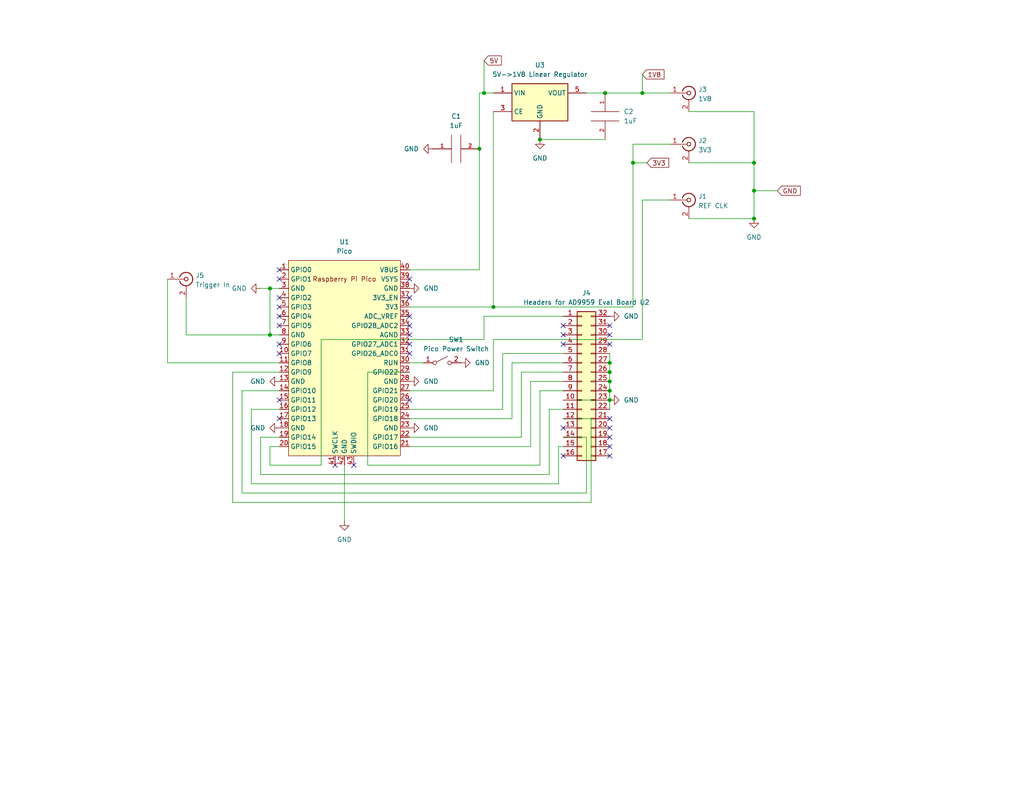
<source format=kicad_sch>
(kicad_sch (version 20230121) (generator eeschema)
  (paper "USLetter")
  (title_block (title "Breakout Board for DDS-Sweeper") (date "2023-01-12"))
  (lib_symbols
    (symbol "Connector:Conn_Coaxial" (pin_names (offset 1.016) hide)
      (property "Reference" "J" (at 0.254 3.048 0))
      (property "Value" "Conn_Coaxial" (at 2.921 0 90))
      (symbol "Conn_Coaxial_0_1"
        (arc (start -1.778 -0.508) (mid 0.2311 -1.8066) (end 1.778 0) (stroke (width 0.254)))
        (polyline (pts (xy -2.54 0) (xy -0.508 0)))
        (polyline (pts (xy 0 -2.54) (xy 0 -1.778)))
        (circle (center 0 0) (radius 0.508) (stroke (width 0.2032)))
        (arc (start 1.778 0) (mid 0.2099 1.8101) (end -1.778 0.508) (stroke (width 0.254)))
      )
      (symbol "Conn_Coaxial_1_1"
        (pin passive line (at -5.08 0 0) (length 2.54) (name "In") (number "1"))
        (pin passive line (at 0 -5.08 90) (length 2.54) (name "Ext") (number "2"))
      )
    )
    (symbol "Connector_Generic:Conn_02x16_Counter_Clockwise" (pin_names (offset 1.016) hide)
      (property "Reference" "J" (at 1.27 20.32 0))
      (property "Value" "Conn_02x16_Counter_Clockwise" (at 1.27 -22.86 0))
      (symbol "Conn_02x16_Counter_Clockwise_1_1"
        (rectangle (start -1.27 -20.193) (end 0 -20.447) (stroke (width 0.1524)))
        (rectangle (start -1.27 -17.653) (end 0 -17.907) (stroke (width 0.1524)))
        (rectangle (start -1.27 -15.113) (end 0 -15.367) (stroke (width 0.1524)))
        (rectangle (start -1.27 -12.573) (end 0 -12.827) (stroke (width 0.1524)))
        (rectangle (start -1.27 -10.033) (end 0 -10.287) (stroke (width 0.1524)))
        (rectangle (start -1.27 -7.493) (end 0 -7.747) (stroke (width 0.1524)))
        (rectangle (start -1.27 -4.953) (end 0 -5.207) (stroke (width 0.1524)))
        (rectangle (start -1.27 -2.413) (end 0 -2.667) (stroke (width 0.1524)))
        (rectangle (start -1.27 0.127) (end 0 -0.127) (stroke (width 0.1524)))
        (rectangle (start -1.27 2.667) (end 0 2.413) (stroke (width 0.1524)))
        (rectangle (start -1.27 5.207) (end 0 4.953) (stroke (width 0.1524)))
        (rectangle (start -1.27 7.747) (end 0 7.493) (stroke (width 0.1524)))
        (rectangle (start -1.27 10.287) (end 0 10.033) (stroke (width 0.1524)))
        (rectangle (start -1.27 12.827) (end 0 12.573) (stroke (width 0.1524)))
        (rectangle (start -1.27 15.367) (end 0 15.113) (stroke (width 0.1524)))
        (rectangle (start -1.27 17.907) (end 0 17.653) (stroke (width 0.1524)))
        (rectangle (start -1.27 19.05) (end 3.81 -21.59) (stroke (width 0.254)) (fill (type background)))
        (rectangle (start 3.81 -20.193) (end 2.54 -20.447) (stroke (width 0.1524)))
        (rectangle (start 3.81 -17.653) (end 2.54 -17.907) (stroke (width 0.1524)))
        (rectangle (start 3.81 -15.113) (end 2.54 -15.367) (stroke (width 0.1524)))
        (rectangle (start 3.81 -12.573) (end 2.54 -12.827) (stroke (width 0.1524)))
        (rectangle (start 3.81 -10.033) (end 2.54 -10.287) (stroke (width 0.1524)))
        (rectangle (start 3.81 -7.493) (end 2.54 -7.747) (stroke (width 0.1524)))
        (rectangle (start 3.81 -4.953) (end 2.54 -5.207) (stroke (width 0.1524)))
        (rectangle (start 3.81 -2.413) (end 2.54 -2.667) (stroke (width 0.1524)))
        (rectangle (start 3.81 0.127) (end 2.54 -0.127) (stroke (width 0.1524)))
        (rectangle (start 3.81 2.667) (end 2.54 2.413) (stroke (width 0.1524)))
        (rectangle (start 3.81 5.207) (end 2.54 4.953) (stroke (width 0.1524)))
        (rectangle (start 3.81 7.747) (end 2.54 7.493) (stroke (width 0.1524)))
        (rectangle (start 3.81 10.287) (end 2.54 10.033) (stroke (width 0.1524)))
        (rectangle (start 3.81 12.827) (end 2.54 12.573) (stroke (width 0.1524)))
        (rectangle (start 3.81 15.367) (end 2.54 15.113) (stroke (width 0.1524)))
        (rectangle (start 3.81 17.907) (end 2.54 17.653) (stroke (width 0.1524)))
        (pin passive line (at -5.08 17.78 0) (length 3.81) (name "Pin_1") (number "1"))
        (pin passive line (at -5.08 -5.08 0) (length 3.81) (name "Pin_10") (number "10"))
        (pin passive line (at -5.08 -7.62 0) (length 3.81) (name "Pin_11") (number "11"))
        (pin passive line (at -5.08 -10.16 0) (length 3.81) (name "Pin_12") (number "12"))
        (pin passive line (at -5.08 -12.7 0) (length 3.81) (name "Pin_13") (number "13"))
        (pin passive line (at -5.08 -15.24 0) (length 3.81) (name "Pin_14") (number "14"))
        (pin passive line (at -5.08 -17.78 0) (length 3.81) (name "Pin_15") (number "15"))
        (pin passive line (at -5.08 -20.32 0) (length 3.81) (name "Pin_16") (number "16"))
        (pin passive line (at 7.62 -20.32 180) (length 3.81) (name "Pin_17") (number "17"))
        (pin passive line (at 7.62 -17.78 180) (length 3.81) (name "Pin_18") (number "18"))
        (pin passive line (at 7.62 -15.24 180) (length 3.81) (name "Pin_19") (number "19"))
        (pin passive line (at -5.08 15.24 0) (length 3.81) (name "Pin_2") (number "2"))
        (pin passive line (at 7.62 -12.7 180) (length 3.81) (name "Pin_20") (number "20"))
        (pin passive line (at 7.62 -10.16 180) (length 3.81) (name "Pin_21") (number "21"))
        (pin passive line (at 7.62 -7.62 180) (length 3.81) (name "Pin_22") (number "22"))
        (pin passive line (at 7.62 -5.08 180) (length 3.81) (name "Pin_23") (number "23"))
        (pin passive line (at 7.62 -2.54 180) (length 3.81) (name "Pin_24") (number "24"))
        (pin passive line (at 7.62 0 180) (length 3.81) (name "Pin_25") (number "25"))
        (pin passive line (at 7.62 2.54 180) (length 3.81) (name "Pin_26") (number "26"))
        (pin passive line (at 7.62 5.08 180) (length 3.81) (name "Pin_27") (number "27"))
        (pin passive line (at 7.62 7.62 180) (length 3.81) (name "Pin_28") (number "28"))
        (pin passive line (at 7.62 10.16 180) (length 3.81) (name "Pin_29") (number "29"))
        (pin passive line (at -5.08 12.7 0) (length 3.81) (name "Pin_3") (number "3"))
        (pin passive line (at 7.62 12.7 180) (length 3.81) (name "Pin_30") (number "30"))
        (pin passive line (at 7.62 15.24 180) (length 3.81) (name "Pin_31") (number "31"))
        (pin passive line (at 7.62 17.78 180) (length 3.81) (name "Pin_32") (number "32"))
        (pin passive line (at -5.08 10.16 0) (length 3.81) (name "Pin_4") (number "4"))
        (pin passive line (at -5.08 7.62 0) (length 3.81) (name "Pin_5") (number "5"))
        (pin passive line (at -5.08 5.08 0) (length 3.81) (name "Pin_6") (number "6"))
        (pin passive line (at -5.08 2.54 0) (length 3.81) (name "Pin_7") (number "7"))
        (pin passive line (at -5.08 0 0) (length 3.81) (name "Pin_8") (number "8"))
        (pin passive line (at -5.08 -2.54 0) (length 3.81) (name "Pin_9") (number "9"))
      )
    )
    (symbol "MCU_RaspberryPi_and_Boards:Pico"
      (property "Reference" "U" (at -13.97 27.94 0))
      (property "Value" "Pico" (at 0 19.05 0))
      (symbol "Pico_0_0"
        (text "Raspberry Pi Pico" (at 0 21.59 0) (effects (font (size 1.27 1.27))))
      )
      (symbol "Pico_0_1"
        (rectangle (start -15.24 26.67) (end 15.24 -26.67) (fill (type background)))
      )
      (symbol "Pico_1_1"
        (pin bidirectional line (at -17.78 24.13 0) (length 2.54) (name "GPIO0") (number "1"))
        (pin bidirectional line (at -17.78 1.27 0) (length 2.54) (name "GPIO7") (number "10"))
        (pin bidirectional line (at -17.78 -1.27 0) (length 2.54) (name "GPIO8") (number "11"))
        (pin bidirectional line (at -17.78 -3.81 0) (length 2.54) (name "GPIO9") (number "12"))
        (pin power_in line (at -17.78 -6.35 0) (length 2.54) (name "GND") (number "13"))
        (pin bidirectional line (at -17.78 -8.89 0) (length 2.54) (name "GPIO10") (number "14"))
        (pin bidirectional line (at -17.78 -11.43 0) (length 2.54) (name "GPIO11") (number "15"))
        (pin bidirectional line (at -17.78 -13.97 0) (length 2.54) (name "GPIO12") (number "16"))
        (pin bidirectional line (at -17.78 -16.51 0) (length 2.54) (name "GPIO13") (number "17"))
        (pin power_in line (at -17.78 -19.05 0) (length 2.54) (name "GND") (number "18"))
        (pin bidirectional line (at -17.78 -21.59 0) (length 2.54) (name "GPIO14") (number "19"))
        (pin bidirectional line (at -17.78 21.59 0) (length 2.54) (name "GPIO1") (number "2"))
        (pin bidirectional line (at -17.78 -24.13 0) (length 2.54) (name "GPIO15") (number "20"))
        (pin bidirectional line (at 17.78 -24.13 180) (length 2.54) (name "GPIO16") (number "21"))
        (pin bidirectional line (at 17.78 -21.59 180) (length 2.54) (name "GPIO17") (number "22"))
        (pin power_in line (at 17.78 -19.05 180) (length 2.54) (name "GND") (number "23"))
        (pin bidirectional line (at 17.78 -16.51 180) (length 2.54) (name "GPIO18") (number "24"))
        (pin bidirectional line (at 17.78 -13.97 180) (length 2.54) (name "GPIO19") (number "25"))
        (pin bidirectional line (at 17.78 -11.43 180) (length 2.54) (name "GPIO20") (number "26"))
        (pin bidirectional line (at 17.78 -8.89 180) (length 2.54) (name "GPIO21") (number "27"))
        (pin power_in line (at 17.78 -6.35 180) (length 2.54) (name "GND") (number "28"))
        (pin bidirectional line (at 17.78 -3.81 180) (length 2.54) (name "GPIO22") (number "29"))
        (pin power_in line (at -17.78 19.05 0) (length 2.54) (name "GND") (number "3"))
        (pin input line (at 17.78 -1.27 180) (length 2.54) (name "RUN") (number "30"))
        (pin bidirectional line (at 17.78 1.27 180) (length 2.54) (name "GPIO26_ADC0") (number "31"))
        (pin bidirectional line (at 17.78 3.81 180) (length 2.54) (name "GPIO27_ADC1") (number "32"))
        (pin power_in line (at 17.78 6.35 180) (length 2.54) (name "AGND") (number "33"))
        (pin bidirectional line (at 17.78 8.89 180) (length 2.54) (name "GPIO28_ADC2") (number "34"))
        (pin power_in line (at 17.78 11.43 180) (length 2.54) (name "ADC_VREF") (number "35"))
        (pin power_in line (at 17.78 13.97 180) (length 2.54) (name "3V3") (number "36"))
        (pin input line (at 17.78 16.51 180) (length 2.54) (name "3V3_EN") (number "37"))
        (pin bidirectional line (at 17.78 19.05 180) (length 2.54) (name "GND") (number "38"))
        (pin power_in line (at 17.78 21.59 180) (length 2.54) (name "VSYS") (number "39"))
        (pin bidirectional line (at -17.78 16.51 0) (length 2.54) (name "GPIO2") (number "4"))
        (pin power_in line (at 17.78 24.13 180) (length 2.54) (name "VBUS") (number "40"))
        (pin input line (at -2.54 -29.21 90) (length 2.54) (name "SWCLK") (number "41"))
        (pin power_in line (at 0 -29.21 90) (length 2.54) (name "GND") (number "42"))
        (pin bidirectional line (at 2.54 -29.21 90) (length 2.54) (name "SWDIO") (number "43"))
        (pin bidirectional line (at -17.78 13.97 0) (length 2.54) (name "GPIO3") (number "5"))
        (pin bidirectional line (at -17.78 11.43 0) (length 2.54) (name "GPIO4") (number "6"))
        (pin bidirectional line (at -17.78 8.89 0) (length 2.54) (name "GPIO5") (number "7"))
        (pin power_in line (at -17.78 6.35 0) (length 2.54) (name "GND") (number "8"))
        (pin bidirectional line (at -17.78 3.81 0) (length 2.54) (name "GPIO6") (number "9"))
      )
    )
    (symbol "Regulator_Linear:XC6210B332MR"
      (property "Reference" "U" (at 0 8.89 0))
      (property "Value" "XC6210B332MR" (at 0 6.35 0))
      (symbol "XC6210B332MR_0_1"
        (rectangle (start -7.62 5.08) (end 7.62 -5.08) (stroke (width 0.254)) (fill (type background)))
      )
      (symbol "XC6210B332MR_1_1"
        (pin power_in line (at -12.7 2.54 0) (length 5.08) (name "VIN") (number "1"))
        (pin power_in line (at 0 -10.16 90) (length 5.08) (name "GND") (number "2"))
        (pin input line (at -12.7 -2.54 0) (length 5.08) (name "CE") (number "3"))
        (pin no_connect line (at 12.7 -2.54 180) (length 5.08) hide (name "NC") (number "4"))
        (pin power_out line (at 12.7 2.54 180) (length 5.08) (name "VOUT") (number "5"))
      )
    )
    (symbol "Switch:SW_SPST" (pin_names (offset 0) hide)
      (property "Reference" "SW" (at 0 3.175 0))
      (property "Value" "SW_SPST" (at 0 -2.54 0))
      (symbol "SW_SPST_0_0"
        (circle (center -2.032 0) (radius 0.508))
        (polyline (pts (xy -1.524 0.254) (xy 1.524 1.778)))
        (circle (center 2.032 0) (radius 0.508))
      )
      (symbol "SW_SPST_1_1"
        (pin passive line (at -5.08 0 0) (length 2.54) (name "A") (number "1"))
        (pin passive line (at 5.08 0 180) (length 2.54) (name "B") (number "2"))
      )
    )
    (symbol "power:GND" (power) (pin_names (offset 0))
      (property "Value" "GND" (at 0 -3.81 0))
      (symbol "GND_0_1"
        (polyline (pts (xy 0 0) (xy 0 -1.27) (xy 1.27 -1.27) (xy 0 -2.54) (xy -1.27 -1.27) (xy 0 -1.27)))
      )
      (symbol "GND_1_1"
        (pin power_in line (at 0 0 270) (length 0) hide (name "GND") (number "1"))
      )
    )
    (symbol "pspice:CAP" (pin_names (offset 0.254))
      (property "Reference" "C" (at 2.54 3.81 90))
      (property "Value" "CAP" (at 2.54 -3.81 90))
      (symbol "CAP_0_1"
        (polyline (pts (xy -3.81 -1.27) (xy 3.81 -1.27)))
        (polyline (pts (xy -3.81 1.27) (xy 3.81 1.27)))
      )
      (symbol "CAP_1_1"
        (pin passive line (at 0 6.35 270) (length 5.08) (name "~") (number "1"))
        (pin passive line (at 0 -6.35 90) (length 5.08) (name "~") (number "2"))
      )
    )
  )
  (junction (at 166.37 109.22))
  (junction (at 132.08 25.4))
  (junction (at 73.66 91.44))
  (junction (at 205.74 44.45))
  (junction (at 166.37 104.14))
  (junction (at 205.74 59.69))
  (junction (at 166.37 106.68))
  (junction (at 205.74 52.07))
  (junction (at 165.1 25.4))
  (junction (at 73.66 78.74))
  (junction (at 166.37 99.06))
  (junction (at 172.72 44.45))
  (junction (at 147.32 38.1))
  (junction (at 134.62 83.82))
  (junction (at 175.26 25.4))
  (junction (at 130.81 40.64))
  (junction (at 166.37 101.6))
  (no_connect (at 111.76 96.52))
  (no_connect (at 111.76 81.28))
  (no_connect (at 76.2 88.9))
  (no_connect (at 111.76 91.44))
  (no_connect (at 153.67 91.44))
  (no_connect (at 96.52 127))
  (no_connect (at 111.76 88.9))
  (no_connect (at 153.67 93.98))
  (no_connect (at 76.2 73.66))
  (no_connect (at 153.67 116.84))
  (no_connect (at 166.37 121.92))
  (no_connect (at 153.67 88.9))
  (no_connect (at 166.37 116.84))
  (no_connect (at 166.37 88.9))
  (no_connect (at 76.2 76.2))
  (no_connect (at 91.44 127))
  (no_connect (at 111.76 109.22))
  (no_connect (at 76.2 93.98))
  (no_connect (at 76.2 114.3))
  (no_connect (at 111.76 76.2))
  (no_connect (at 166.37 119.38))
  (no_connect (at 76.2 109.22))
  (no_connect (at 111.76 86.36))
  (no_connect (at 166.37 91.44))
  (no_connect (at 76.2 96.52))
  (no_connect (at 76.2 81.28))
  (no_connect (at 153.67 124.46))
  (no_connect (at 76.2 83.82))
  (no_connect (at 166.37 93.98))
  (no_connect (at 166.37 114.3))
  (no_connect (at 166.37 124.46))
  (no_connect (at 111.76 93.98))
  (no_connect (at 76.2 86.36))
  (wire (pts (xy 160.02 25.4) (xy 165.1 25.4)))
  (wire (pts (xy 166.37 109.22) (xy 166.37 111.76)))
  (wire (pts (xy 63.5 137.16) (xy 63.5 101.6)))
  (wire (pts (xy 87.63 92.71) (xy 87.63 127)))
  (wire (pts (xy 130.81 25.4) (xy 132.08 25.4)))
  (wire (pts (xy 142.24 101.6) (xy 153.67 101.6)))
  (wire (pts (xy 205.74 59.69) (xy 205.74 52.07)))
  (wire (pts (xy 161.29 114.3) (xy 161.29 137.16)))
  (wire (pts (xy 71.12 129.54) (xy 71.12 119.38)))
  (wire (pts (xy 205.74 52.07) (xy 212.09 52.07)))
  (wire (pts (xy 172.72 44.45) (xy 176.53 44.45)))
  (wire (pts (xy 172.72 39.37) (xy 182.88 39.37)))
  (wire (pts (xy 111.76 111.76) (xy 137.16 111.76)))
  (wire (pts (xy 66.04 134.62) (xy 66.04 106.68)))
  (wire (pts (xy 45.72 99.06) (xy 45.72 76.2)))
  (wire (pts (xy 165.1 25.4) (xy 175.26 25.4)))
  (wire (pts (xy 161.29 137.16) (xy 63.5 137.16)))
  (wire (pts (xy 166.37 104.14) (xy 166.37 106.68)))
  (wire (pts (xy 111.76 83.82) (xy 134.62 83.82)))
  (wire (pts (xy 172.72 44.45) (xy 172.72 39.37)))
  (wire (pts (xy 111.76 114.3) (xy 139.7 114.3)))
  (wire (pts (xy 76.2 91.44) (xy 73.66 91.44)))
  (wire (pts (xy 111.76 99.06) (xy 115.57 99.06)))
  (wire (pts (xy 175.26 54.61) (xy 182.88 54.61)))
  (wire (pts (xy 147.32 38.1) (xy 165.1 38.1)))
  (wire (pts (xy 134.62 92.71) (xy 175.26 92.71)))
  (wire (pts (xy 130.81 25.4) (xy 130.81 40.64)))
  (wire (pts (xy 172.72 83.82) (xy 172.72 44.45)))
  (wire (pts (xy 166.37 96.52) (xy 166.37 99.06)))
  (wire (pts (xy 205.74 52.07) (xy 205.74 44.45)))
  (wire (pts (xy 134.62 83.82) (xy 172.72 83.82)))
  (wire (pts (xy 93.98 127) (xy 93.98 142.24)))
  (wire (pts (xy 50.8 91.44) (xy 73.66 91.44)))
  (wire (pts (xy 76.2 99.06) (xy 45.72 99.06)))
  (wire (pts (xy 134.62 106.68) (xy 134.62 92.71)))
  (wire (pts (xy 152.4 132.08) (xy 152.4 121.92)))
  (wire (pts (xy 66.04 106.68) (xy 76.2 106.68)))
  (wire (pts (xy 87.63 92.71) (xy 132.08 92.71)))
  (wire (pts (xy 71.12 78.74) (xy 73.66 78.74)))
  (wire (pts (xy 134.62 30.48) (xy 134.62 83.82)))
  (wire (pts (xy 166.37 101.6) (xy 166.37 104.14)))
  (wire (pts (xy 111.76 106.68) (xy 134.62 106.68)))
  (wire (pts (xy 73.66 78.74) (xy 73.66 91.44)))
  (wire (pts (xy 76.2 121.92) (xy 73.66 121.92)))
  (wire (pts (xy 166.37 99.06) (xy 166.37 101.6)))
  (wire (pts (xy 160.02 134.62) (xy 66.04 134.62)))
  (wire (pts (xy 63.5 101.6) (xy 76.2 101.6)))
  (wire (pts (xy 147.32 127) (xy 147.32 106.68)))
  (wire (pts (xy 68.58 111.76) (xy 68.58 132.08)))
  (wire (pts (xy 205.74 30.48) (xy 205.74 44.45)))
  (wire (pts (xy 153.67 111.76) (xy 149.86 111.76)))
  (wire (pts (xy 187.96 30.48) (xy 205.74 30.48)))
  (wire (pts (xy 175.26 92.71) (xy 175.26 54.61)))
  (wire (pts (xy 76.2 111.76) (xy 68.58 111.76)))
  (wire (pts (xy 144.78 121.92) (xy 144.78 104.14)))
  (wire (pts (xy 153.67 109.22) (xy 166.37 109.22)))
  (wire (pts (xy 111.76 101.6) (xy 100.33 101.6)))
  (wire (pts (xy 153.67 119.38) (xy 160.02 119.38)))
  (wire (pts (xy 144.78 104.14) (xy 153.67 104.14)))
  (wire (pts (xy 139.7 99.06) (xy 153.67 99.06)))
  (wire (pts (xy 175.26 20.32) (xy 175.26 25.4)))
  (wire (pts (xy 100.33 101.6) (xy 100.33 127)))
  (wire (pts (xy 142.24 119.38) (xy 142.24 101.6)))
  (wire (pts (xy 73.66 121.92) (xy 73.66 127)))
  (wire (pts (xy 73.66 127) (xy 87.63 127)))
  (wire (pts (xy 147.32 106.68) (xy 153.67 106.68)))
  (wire (pts (xy 137.16 111.76) (xy 137.16 96.52)))
  (wire (pts (xy 166.37 106.68) (xy 166.37 109.22)))
  (wire (pts (xy 187.96 59.69) (xy 205.74 59.69)))
  (wire (pts (xy 71.12 119.38) (xy 76.2 119.38)))
  (wire (pts (xy 100.33 127) (xy 147.32 127)))
  (wire (pts (xy 132.08 25.4) (xy 134.62 25.4)))
  (wire (pts (xy 50.8 81.28) (xy 50.8 91.44)))
  (wire (pts (xy 175.26 25.4) (xy 182.88 25.4)))
  (wire (pts (xy 137.16 96.52) (xy 153.67 96.52)))
  (wire (pts (xy 132.08 86.36) (xy 132.08 92.71)))
  (wire (pts (xy 153.67 114.3) (xy 161.29 114.3)))
  (wire (pts (xy 160.02 119.38) (xy 160.02 134.62)))
  (wire (pts (xy 139.7 114.3) (xy 139.7 99.06)))
  (wire (pts (xy 111.76 119.38) (xy 142.24 119.38)))
  (wire (pts (xy 132.08 16.51) (xy 132.08 25.4)))
  (wire (pts (xy 111.76 73.66) (xy 130.81 73.66)))
  (wire (pts (xy 152.4 121.92) (xy 153.67 121.92)))
  (wire (pts (xy 132.08 86.36) (xy 153.67 86.36)))
  (wire (pts (xy 149.86 111.76) (xy 149.86 129.54)))
  (wire (pts (xy 205.74 44.45) (xy 187.96 44.45)))
  (wire (pts (xy 73.66 78.74) (xy 76.2 78.74)))
  (wire (pts (xy 71.12 129.54) (xy 149.86 129.54)))
  (wire (pts (xy 68.58 132.08) (xy 152.4 132.08)))
  (wire (pts (xy 111.76 121.92) (xy 144.78 121.92)))
  (wire (pts (xy 130.81 73.66) (xy 130.81 40.64)))
  (global_label "3V3" (shape input) (at 176.53 44.45 0) (property "Intersheetrefs" "${INTERSHEET_REFS}" (effects hide)))
  (global_label "1V8" (shape input) (at 175.26 20.32 0) (property "Intersheetrefs" "${INTERSHEET_REFS}" (effects hide)))
  (global_label "5V" (shape input) (at 132.08 16.51 0) (property "Intersheetrefs" "${INTERSHEET_REFS}" (effects hide)))
  (global_label "GND" (shape input) (at 212.09 52.07 0) (property "Intersheetrefs" "${INTERSHEET_REFS}" (effects hide)))
  (symbol (lib_id "power:GND") (at 111.76 104.14 90) (unit 1)
    (property "Reference" "#PWR0111" (effects hide))
    (property "Value" "GND" (at 115.57 104.1399 90) (effects (justify right)))
  )
  (symbol (lib_id "pspice:CAP") (at 165.1 31.75 0) (unit 1)
    (property "Reference" "C2" (at 170.18 30.48 0) (effects (justify left)))
    (property "Value" "1uF" (at 170.18 33.02 0) (effects (justify left)))
    (property "Footprint" "Capacitor_SMD:C_0805_2012Metric_Pad1.18x1.45mm_HandSolder" (effects hide))
  )
  (symbol (lib_id "MCU_RaspberryPi_and_Boards:Pico") (at 93.98 97.79 0) (unit 1)
    (property "Reference" "U1" (at 93.98 66.04 0))
    (property "Value" "Pico" (at 93.98 68.58 0))
    (property "Footprint" "MCU_RaspberryPi_and_Boards:RPi_Pico_SMD" (effects hide))
  )
  (symbol (lib_id "power:GND") (at 76.2 104.14 270) (unit 1)
    (property "Reference" "#PWR0105" (effects hide))
    (property "Value" "GND" (at 72.39 104.1399 90) (effects (justify right)))
  )
  (symbol (lib_id "Connector:Conn_Coaxial") (at 187.96 54.61 0) (unit 1)
    (property "Reference" "J1" (at 190.5 53.6331 0) (effects (justify left)))
    (property "Value" "REF CLK" (at 190.5 56.1731 0) (effects (justify left)))
    (property "Footprint" "Connector_Coaxial:SMA_Samtec_SMA-J-P-X-ST-EM1_EdgeMount" (effects hide))
    (property "Datasheet" " ~" (effects hide))
  )
  (symbol (lib_id "power:GND") (at 166.37 109.22 90) (unit 1)
    (property "Reference" "#PWR0112" (effects hide))
    (property "Value" "GND" (at 170.18 109.2199 90) (effects (justify right)))
  )
  (symbol (lib_id "Connector:Conn_Coaxial") (at 187.96 39.37 0) (unit 1)
    (property "Reference" "J2" (at 190.5 38.3931 0) (effects (justify left)))
    (property "Value" "3V3" (at 190.5 40.9331 0) (effects (justify left)))
    (property "Footprint" "Connector_Coaxial:SMA_Samtec_SMA-J-P-X-ST-EM1_EdgeMount" (effects hide))
    (property "Datasheet" " ~" (effects hide))
  )
  (symbol (lib_id "Connector:Conn_Coaxial") (at 187.96 25.4 0) (unit 1)
    (property "Reference" "J3" (at 190.5 24.4231 0) (effects (justify left)))
    (property "Value" "1V8" (at 190.5 26.9631 0) (effects (justify left)))
    (property "Footprint" "Connector_Coaxial:SMA_Samtec_SMA-J-P-X-ST-EM1_EdgeMount" (effects hide))
    (property "Datasheet" " ~" (effects hide))
  )
  (symbol (lib_id "power:GND") (at 125.73 99.06 90) (unit 1)
    (property "Reference" "#PWR0106" (effects hide))
    (property "Value" "GND" (at 129.54 99.0599 90) (effects (justify right)))
  )
  (symbol (lib_id "power:GND") (at 147.32 38.1 0) (unit 1)
    (property "Reference" "#PWR0108" (effects hide))
    (property "Value" "GND" (at 147.32 43.18 0))
  )
  (symbol (lib_id "power:GND") (at 71.12 78.74 270) (unit 1)
    (property "Reference" "#PWR0103" (effects hide))
    (property "Value" "GND" (at 67.31 78.7399 90) (effects (justify right)))
  )
  (symbol (lib_id "power:GND") (at 76.2 116.84 270) (unit 1)
    (property "Reference" "#PWR0102" (effects hide))
    (property "Value" "GND" (at 72.39 116.8399 90) (effects (justify right)))
  )
  (symbol (lib_id "power:GND") (at 166.37 86.36 90) (unit 1)
    (property "Reference" "#PWR0110" (effects hide))
    (property "Value" "GND" (at 170.18 86.3599 90) (effects (justify right)))
  )
  (symbol (lib_id "power:GND") (at 93.98 142.24 0) (unit 1)
    (property "Reference" "#PWR01" (effects hide))
    (property "Value" "GND" (at 93.98 147.32 0))
  )
  (symbol (lib_id "power:GND") (at 118.11 40.64 270) (unit 1)
    (property "Reference" "#PWR0107" (effects hide))
    (property "Value" "GND" (at 114.3 40.6399 90) (effects (justify right)))
  )
  (symbol (lib_id "Switch:SW_SPST") (at 120.65 99.06 0) (unit 1)
    (property "Reference" "SW1" (at 124.46 92.71 0))
    (property "Value" "Pico Power Switch" (at 124.46 95.25 0))
    (property "Footprint" "Connector_PinSocket_2.54mm:PinSocket_1x03_P2.54mm_Vertical" (effects hide))
  )
  (symbol (lib_id "Connector_Generic:Conn_02x16_Counter_Clockwise") (at 158.75 104.14 0) (unit 1)
    (property "Reference" "J4" (at 160.02 80.01 0))
    (property "Value" "Headers for AD9959 Eval Board U2" (at 160.02 82.55 0))
    (property "Footprint" "Custom_Conn:PinSocket_2x16_P2.54mm_Vertical_DDS_Sweeper" (effects hide))
  )
  (symbol (lib_id "Connector:Conn_Coaxial") (at 50.8 76.2 0) (unit 1)
    (property "Reference" "J5" (at 53.34 75.2231 0) (effects (justify left)))
    (property "Value" "Trigger In" (at 53.34 77.7631 0) (effects (justify left)))
    (property "Footprint" "Connector_Coaxial:SMA_Samtec_SMA-J-P-X-ST-EM1_EdgeMount" (effects hide))
    (property "Datasheet" " ~" (effects hide))
  )
  (symbol (lib_id "power:GND") (at 111.76 78.74 90) (unit 1)
    (property "Reference" "#PWR0101" (effects hide))
    (property "Value" "GND" (at 115.57 78.7399 90) (effects (justify right)))
  )
  (symbol (lib_id "power:GND") (at 205.74 59.69 0) (unit 1)
    (property "Reference" "#PWR0109" (effects hide))
    (property "Value" "GND" (at 205.74 64.77 0))
  )
  (symbol (lib_id "Regulator_Linear:XC6210B332MR") (at 147.32 27.94 0) (unit 1)
    (property "Reference" "U3" (at 147.32 17.78 0))
    (property "Value" "5V->1V8 Linear Regulator" (at 147.32 20.32 0))
    (property "Footprint" "Package_TO_SOT_SMD:SOT-23-5" (effects hide))
    (property "Datasheet" "https://www.torexsemi.com/file/xc6210/XC6210.pdf" (effects hide))
  )
  (symbol (lib_id "power:GND") (at 111.76 116.84 90) (unit 1)
    (property "Reference" "#PWR02" (effects hide))
    (property "Value" "GND" (at 115.57 116.8399 90) (effects (justify right)))
  )
  (symbol (lib_id "pspice:CAP") (at 124.46 40.64 90) (unit 1)
    (property "Reference" "C1" (at 124.46 31.75 90))
    (property "Value" "1uF" (at 124.46 34.29 90))
    (property "Footprint" "Capacitor_SMD:C_0805_2012Metric_Pad1.18x1.45mm_HandSolder" (effects hide))
  )
)
</source>
